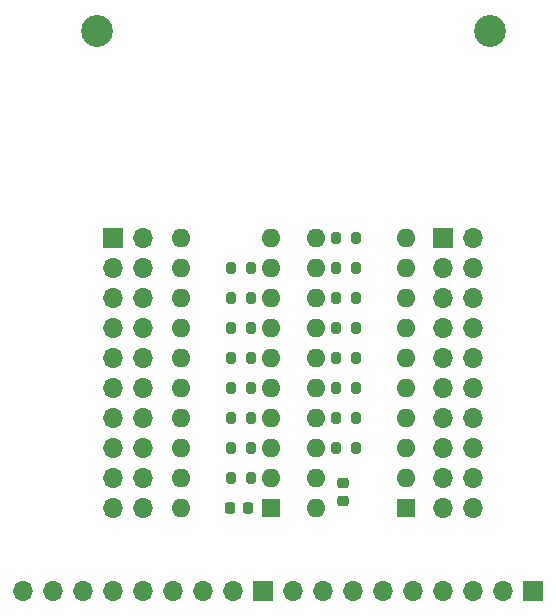
<source format=gbs>
%TF.GenerationSoftware,KiCad,Pcbnew,(6.0.0)*%
%TF.CreationDate,2022-03-13T18:37:57-04:00*%
%TF.ProjectId,buffer PCB,62756666-6572-4205-9043-422e6b696361,rev?*%
%TF.SameCoordinates,Original*%
%TF.FileFunction,Soldermask,Bot*%
%TF.FilePolarity,Negative*%
%FSLAX46Y46*%
G04 Gerber Fmt 4.6, Leading zero omitted, Abs format (unit mm)*
G04 Created by KiCad (PCBNEW (6.0.0)) date 2022-03-13 18:37:57*
%MOMM*%
%LPD*%
G01*
G04 APERTURE LIST*
G04 Aperture macros list*
%AMRoundRect*
0 Rectangle with rounded corners*
0 $1 Rounding radius*
0 $2 $3 $4 $5 $6 $7 $8 $9 X,Y pos of 4 corners*
0 Add a 4 corners polygon primitive as box body*
4,1,4,$2,$3,$4,$5,$6,$7,$8,$9,$2,$3,0*
0 Add four circle primitives for the rounded corners*
1,1,$1+$1,$2,$3*
1,1,$1+$1,$4,$5*
1,1,$1+$1,$6,$7*
1,1,$1+$1,$8,$9*
0 Add four rect primitives between the rounded corners*
20,1,$1+$1,$2,$3,$4,$5,0*
20,1,$1+$1,$4,$5,$6,$7,0*
20,1,$1+$1,$6,$7,$8,$9,0*
20,1,$1+$1,$8,$9,$2,$3,0*%
G04 Aperture macros list end*
%ADD10R,1.700000X1.700000*%
%ADD11O,1.700000X1.700000*%
%ADD12C,2.700000*%
%ADD13R,1.600000X1.600000*%
%ADD14O,1.600000X1.600000*%
%ADD15RoundRect,0.200000X-0.200000X-0.275000X0.200000X-0.275000X0.200000X0.275000X-0.200000X0.275000X0*%
%ADD16RoundRect,0.200000X0.200000X0.275000X-0.200000X0.275000X-0.200000X-0.275000X0.200000X-0.275000X0*%
%ADD17RoundRect,0.225000X0.225000X0.250000X-0.225000X0.250000X-0.225000X-0.250000X0.225000X-0.250000X0*%
%ADD18RoundRect,0.225000X0.250000X-0.225000X0.250000X0.225000X-0.250000X0.225000X-0.250000X-0.225000X0*%
G04 APERTURE END LIST*
D10*
%TO.C,J3*%
X116830000Y-118815000D03*
D11*
X114290000Y-118815000D03*
X111750000Y-118815000D03*
X109210000Y-118815000D03*
X106670000Y-118815000D03*
X104130000Y-118815000D03*
X101590000Y-118815000D03*
X99050000Y-118815000D03*
X96510000Y-118815000D03*
%TD*%
D12*
%TO.C,REF\u002A\u002A*%
X102760000Y-71360000D03*
%TD*%
D10*
%TO.C,J2*%
X139690000Y-118815000D03*
D11*
X137150000Y-118815000D03*
X134610000Y-118815000D03*
X132070000Y-118815000D03*
X129530000Y-118815000D03*
X126990000Y-118815000D03*
X124450000Y-118815000D03*
X121910000Y-118815000D03*
X119370000Y-118815000D03*
%TD*%
D12*
%TO.C,REF\u002A\u002A*%
X136000000Y-71360000D03*
%TD*%
D13*
%TO.C,U1*%
X128895000Y-111755000D03*
D14*
X128895000Y-109215000D03*
X128895000Y-106675000D03*
X128895000Y-104135000D03*
X128895000Y-101595000D03*
X128895000Y-99055000D03*
X128895000Y-96515000D03*
X128895000Y-93975000D03*
X128895000Y-91435000D03*
X128895000Y-88895000D03*
X121275000Y-88895000D03*
X121275000Y-91435000D03*
X121275000Y-93975000D03*
X121275000Y-96515000D03*
X121275000Y-99055000D03*
X121275000Y-101595000D03*
X121275000Y-104135000D03*
X121275000Y-106675000D03*
X121275000Y-109215000D03*
X121275000Y-111755000D03*
%TD*%
D10*
%TO.C,J1*%
X104140000Y-88900000D03*
D11*
X106680000Y-88900000D03*
X104140000Y-91440000D03*
X106680000Y-91440000D03*
X104140000Y-93980000D03*
X106680000Y-93980000D03*
X104140000Y-96520000D03*
X106680000Y-96520000D03*
X104140000Y-99060000D03*
X106680000Y-99060000D03*
X104140000Y-101600000D03*
X106680000Y-101600000D03*
X104140000Y-104140000D03*
X106680000Y-104140000D03*
X104140000Y-106680000D03*
X106680000Y-106680000D03*
X104140000Y-109220000D03*
X106680000Y-109220000D03*
X104140000Y-111760000D03*
X106680000Y-111760000D03*
%TD*%
D10*
%TO.C,J4*%
X132080000Y-88900000D03*
D11*
X134620000Y-88900000D03*
X132080000Y-91440000D03*
X134620000Y-91440000D03*
X132080000Y-93980000D03*
X134620000Y-93980000D03*
X132080000Y-96520000D03*
X134620000Y-96520000D03*
X132080000Y-99060000D03*
X134620000Y-99060000D03*
X132080000Y-101600000D03*
X134620000Y-101600000D03*
X132080000Y-104140000D03*
X134620000Y-104140000D03*
X132080000Y-106680000D03*
X134620000Y-106680000D03*
X132080000Y-109220000D03*
X134620000Y-109220000D03*
X132080000Y-111760000D03*
X134620000Y-111760000D03*
%TD*%
D13*
%TO.C,U2*%
X117465000Y-111755000D03*
D14*
X117465000Y-109215000D03*
X117465000Y-106675000D03*
X117465000Y-104135000D03*
X117465000Y-101595000D03*
X117465000Y-99055000D03*
X117465000Y-96515000D03*
X117465000Y-93975000D03*
X117465000Y-91435000D03*
X117465000Y-88895000D03*
X109845000Y-88895000D03*
X109845000Y-91435000D03*
X109845000Y-93975000D03*
X109845000Y-96515000D03*
X109845000Y-99055000D03*
X109845000Y-101595000D03*
X109845000Y-104135000D03*
X109845000Y-106675000D03*
X109845000Y-109215000D03*
X109845000Y-111755000D03*
%TD*%
D15*
%TO.C,R7*%
X123000000Y-91440000D03*
X124650000Y-91440000D03*
%TD*%
D16*
%TO.C,R9*%
X115760000Y-109220000D03*
X114110000Y-109220000D03*
%TD*%
%TO.C,R12*%
X115760000Y-101600000D03*
X114110000Y-101600000D03*
%TD*%
D15*
%TO.C,R2*%
X123000000Y-104140000D03*
X124650000Y-104140000D03*
%TD*%
D16*
%TO.C,R13*%
X115760000Y-99060000D03*
X114110000Y-99060000D03*
%TD*%
D15*
%TO.C,R8*%
X123000000Y-88900000D03*
X124650000Y-88900000D03*
%TD*%
D16*
%TO.C,R10*%
X115760000Y-106680000D03*
X114110000Y-106680000D03*
%TD*%
D17*
%TO.C,C1*%
X115557600Y-111785400D03*
X114007600Y-111785400D03*
%TD*%
D15*
%TO.C,R5*%
X123000000Y-96520000D03*
X124650000Y-96520000D03*
%TD*%
D16*
%TO.C,R15*%
X115760000Y-93980000D03*
X114110000Y-93980000D03*
%TD*%
D18*
%TO.C,C2*%
X123545600Y-111163400D03*
X123545600Y-109613400D03*
%TD*%
D15*
%TO.C,R6*%
X123000000Y-93980000D03*
X124650000Y-93980000D03*
%TD*%
D16*
%TO.C,R11*%
X115760000Y-104140000D03*
X114110000Y-104140000D03*
%TD*%
D15*
%TO.C,R1*%
X123000000Y-106680000D03*
X124650000Y-106680000D03*
%TD*%
D16*
%TO.C,R14*%
X115760000Y-96520000D03*
X114110000Y-96520000D03*
%TD*%
%TO.C,R16*%
X115760000Y-91440000D03*
X114110000Y-91440000D03*
%TD*%
D15*
%TO.C,R4*%
X123000000Y-99060000D03*
X124650000Y-99060000D03*
%TD*%
%TO.C,R3*%
X123000000Y-101600000D03*
X124650000Y-101600000D03*
%TD*%
M02*

</source>
